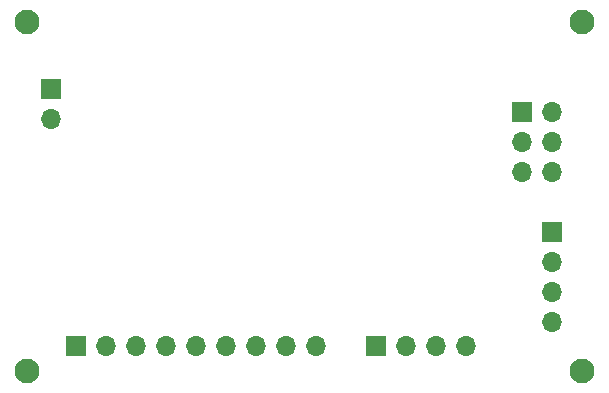
<source format=gbs>
%TF.GenerationSoftware,KiCad,Pcbnew,8.0.6*%
%TF.CreationDate,2024-11-27T00:55:28-08:00*%
%TF.ProjectId,Project 3 MCUdatalogger,50726f6a-6563-4742-9033-204d43556461,1*%
%TF.SameCoordinates,Original*%
%TF.FileFunction,Soldermask,Bot*%
%TF.FilePolarity,Negative*%
%FSLAX46Y46*%
G04 Gerber Fmt 4.6, Leading zero omitted, Abs format (unit mm)*
G04 Created by KiCad (PCBNEW 8.0.6) date 2024-11-27 00:55:28*
%MOMM*%
%LPD*%
G01*
G04 APERTURE LIST*
%ADD10O,1.700000X1.700000*%
%ADD11R,1.700000X1.700000*%
%ADD12C,2.100000*%
G04 APERTURE END LIST*
D10*
%TO.C,J4*%
X82550000Y-71120000D03*
X80010000Y-71120000D03*
X82550000Y-68580000D03*
X80010000Y-68580000D03*
X82550000Y-66040000D03*
D11*
X80010000Y-66040000D03*
%TD*%
%TO.C,J3*%
X67691000Y-85852000D03*
D10*
X70231000Y-85852000D03*
X72771000Y-85852000D03*
X75311000Y-85852000D03*
%TD*%
D11*
%TO.C,J2*%
X42291000Y-85852000D03*
D10*
X44831000Y-85852000D03*
X47371000Y-85852000D03*
X49911000Y-85852000D03*
X52451000Y-85852000D03*
X54991000Y-85852000D03*
X57531000Y-85852000D03*
X60071000Y-85852000D03*
X62611000Y-85852000D03*
%TD*%
%TO.C,J1*%
X82550000Y-83820000D03*
X82550000Y-81280000D03*
X82550000Y-78740000D03*
D11*
X82550000Y-76200000D03*
%TD*%
D12*
%TO.C,H4*%
X85090000Y-88011000D03*
%TD*%
%TO.C,H3*%
X85090000Y-58420000D03*
%TD*%
%TO.C,H2*%
X38100000Y-88011000D03*
%TD*%
%TO.C,H1*%
X38100000Y-58420000D03*
%TD*%
D11*
%TO.C,BT1*%
X40132000Y-64135000D03*
D10*
X40132000Y-66675000D03*
%TD*%
M02*

</source>
